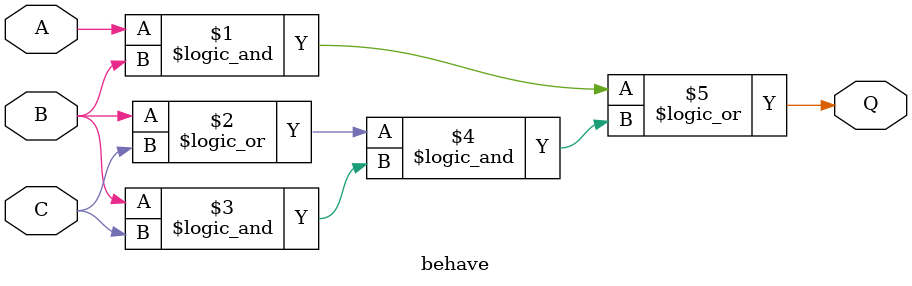
<source format=v>
module behave (A,
               B,
               C,
               Q);
    input A, B, C;
    output Q;
    
    assign Q = ((A && B) || ((B || C) && (B && C)));
endmodule

</source>
